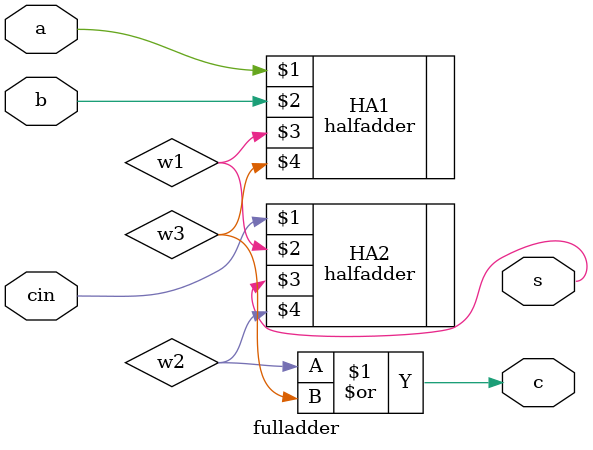
<source format=v>
module fulladder (
input a, b, cin, 
output s, c);
wire w1, w2, w3;

halfadder HA1(a , b, w1, w3),
          HA2(cin,w1,s,w2);
or g1(c,w2,w3);
endmodule
</source>
